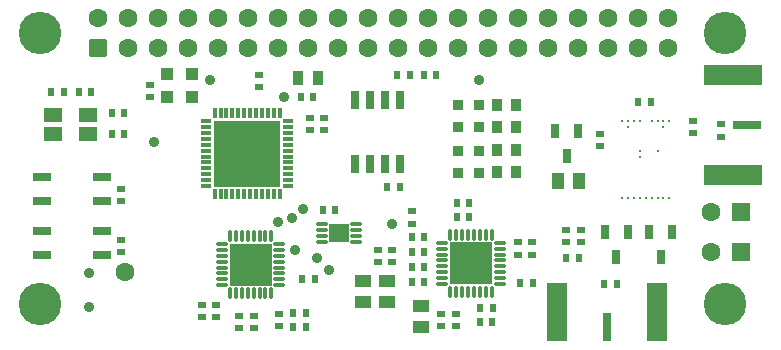
<source format=gts>
G04*
G04 #@! TF.GenerationSoftware,Altium Limited,Altium Designer,21.2.2 (38)*
G04*
G04 Layer_Color=8388736*
%FSLAX44Y44*%
%MOMM*%
G71*
G04*
G04 #@! TF.SameCoordinates,E197076A-8C22-4D41-9B62-958370782F32*
G04*
G04*
G04 #@! TF.FilePolarity,Negative*
G04*
G01*
G75*
%ADD41R,0.7000X0.6000*%
%ADD42C,0.3000*%
%ADD43R,0.7500X1.2000*%
%ADD44R,0.9500X1.0500*%
%ADD45R,0.9000X0.9000*%
%ADD46R,0.7500X1.6250*%
%ADD47R,1.3500X1.0000*%
%ADD48R,1.0000X1.3500*%
%ADD49R,0.9500X1.1500*%
%ADD50R,3.5500X3.5500*%
G04:AMPARAMS|DCode=51|XSize=0.96mm|YSize=0.36mm|CornerRadius=0.0825mm|HoleSize=0mm|Usage=FLASHONLY|Rotation=180.000|XOffset=0mm|YOffset=0mm|HoleType=Round|Shape=RoundedRectangle|*
%AMROUNDEDRECTD51*
21,1,0.9600,0.1950,0,0,180.0*
21,1,0.7950,0.3600,0,0,180.0*
1,1,0.1650,-0.3975,0.0975*
1,1,0.1650,0.3975,0.0975*
1,1,0.1650,0.3975,-0.0975*
1,1,0.1650,-0.3975,-0.0975*
%
%ADD51ROUNDEDRECTD51*%
G04:AMPARAMS|DCode=52|XSize=0.96mm|YSize=0.36mm|CornerRadius=0.0825mm|HoleSize=0mm|Usage=FLASHONLY|Rotation=90.000|XOffset=0mm|YOffset=0mm|HoleType=Round|Shape=RoundedRectangle|*
%AMROUNDEDRECTD52*
21,1,0.9600,0.1950,0,0,90.0*
21,1,0.7950,0.3600,0,0,90.0*
1,1,0.1650,0.0975,0.3975*
1,1,0.1650,0.0975,-0.3975*
1,1,0.1650,-0.0975,-0.3975*
1,1,0.1650,-0.0975,0.3975*
%
%ADD52ROUNDEDRECTD52*%
%ADD53R,5.6000X5.6000*%
%ADD54R,0.9000X0.3000*%
%ADD55R,0.9500X0.3500*%
%ADD56R,0.3000X0.9000*%
%ADD57R,0.3500X0.9500*%
%ADD58R,1.0016X1.1016*%
%ADD59R,1.5000X1.2000*%
%ADD60R,0.6000X0.7000*%
%ADD61R,1.5500X0.8000*%
%ADD62C,0.9016*%
G04:AMPARAMS|DCode=63|XSize=0.94mm|YSize=0.37mm|CornerRadius=0.1175mm|HoleSize=0mm|Usage=FLASHONLY|Rotation=0.000|XOffset=0mm|YOffset=0mm|HoleType=Round|Shape=RoundedRectangle|*
%AMROUNDEDRECTD63*
21,1,0.9400,0.1350,0,0,0.0*
21,1,0.7050,0.3700,0,0,0.0*
1,1,0.2350,0.3525,-0.0675*
1,1,0.2350,-0.3525,-0.0675*
1,1,0.2350,-0.3525,0.0675*
1,1,0.2350,0.3525,0.0675*
%
%ADD63ROUNDEDRECTD63*%
%ADD64R,1.7250X1.5250*%
%ADD65R,0.8000X2.4500*%
%ADD66R,1.7000X5.0000*%
%ADD67R,5.0000X1.7000*%
%ADD68R,2.4500X0.8000*%
%ADD69C,1.6000*%
%ADD70R,1.6000X1.6000*%
G04:AMPARAMS|DCode=71|XSize=1.6mm|YSize=1.6mm|CornerRadius=0.275mm|HoleSize=0mm|Usage=FLASHONLY|Rotation=0.000|XOffset=0mm|YOffset=0mm|HoleType=Round|Shape=RoundedRectangle|*
%AMROUNDEDRECTD71*
21,1,1.6000,1.0500,0,0,0.0*
21,1,1.0500,1.6000,0,0,0.0*
1,1,0.5500,0.5250,-0.5250*
1,1,0.5500,-0.5250,-0.5250*
1,1,0.5500,-0.5250,0.5250*
1,1,0.5500,0.5250,0.5250*
%
%ADD71ROUNDEDRECTD71*%
%ADD72C,3.6000*%
D41*
X127999Y210251D02*
D03*
Y220750D02*
D03*
X387499Y16251D02*
D03*
Y26750D02*
D03*
X374999Y16251D02*
D03*
Y26750D02*
D03*
X350001Y113749D02*
D03*
Y103250D02*
D03*
X509501Y179249D02*
D03*
Y168750D02*
D03*
X588001Y190249D02*
D03*
Y179750D02*
D03*
X439500Y77000D02*
D03*
Y87500D02*
D03*
X451500Y77000D02*
D03*
Y87500D02*
D03*
X492999Y87251D02*
D03*
Y97750D02*
D03*
X332999Y70751D02*
D03*
Y81250D02*
D03*
X320999Y70751D02*
D03*
Y81250D02*
D03*
X480499Y87251D02*
D03*
Y97750D02*
D03*
X237499Y16251D02*
D03*
Y26750D02*
D03*
X172499Y23751D02*
D03*
Y34250D02*
D03*
X184499Y23751D02*
D03*
Y34250D02*
D03*
X204001Y25249D02*
D03*
Y14750D02*
D03*
X263501Y192749D02*
D03*
Y182250D02*
D03*
X275501Y192749D02*
D03*
Y182250D02*
D03*
X103999Y132750D02*
D03*
Y122251D02*
D03*
X611999Y187250D02*
D03*
Y176751D02*
D03*
X103999Y89250D02*
D03*
Y78751D02*
D03*
X216001Y14750D02*
D03*
Y25249D02*
D03*
X220751Y218750D02*
D03*
Y229249D02*
D03*
D42*
X568000Y125000D02*
D03*
X563000D02*
D03*
X558000D02*
D03*
X553000D02*
D03*
X548000D02*
D03*
X543000D02*
D03*
X538000D02*
D03*
X533000D02*
D03*
X528000D02*
D03*
X543000Y160000D02*
D03*
X558000Y165000D02*
D03*
X543000D02*
D03*
X563000Y185000D02*
D03*
X533000D02*
D03*
X568000Y190000D02*
D03*
X563000D02*
D03*
X558000D02*
D03*
X553000D02*
D03*
X543000D02*
D03*
X538000D02*
D03*
X533000D02*
D03*
X528000D02*
D03*
D43*
X570100Y96000D02*
D03*
X550900D02*
D03*
X560500Y75000D02*
D03*
X532600Y96000D02*
D03*
X513400D02*
D03*
X523000Y75000D02*
D03*
X490599Y181501D02*
D03*
X471399D02*
D03*
X480999Y160501D02*
D03*
D44*
X422249Y146749D02*
D03*
X438249D02*
D03*
X422249Y184749D02*
D03*
X438249D02*
D03*
X422249Y165749D02*
D03*
X438249D02*
D03*
X422249Y203749D02*
D03*
X438249D02*
D03*
D45*
X389000Y164750D02*
D03*
X406500D02*
D03*
X389000Y146250D02*
D03*
X406500D02*
D03*
X389000Y184750D02*
D03*
X406500D02*
D03*
X389000Y203250D02*
D03*
X406500D02*
D03*
D46*
X339550Y208120D02*
D03*
X326850D02*
D03*
X314150D02*
D03*
X301450D02*
D03*
Y153880D02*
D03*
X314150D02*
D03*
X326850D02*
D03*
X339550D02*
D03*
D47*
X357500Y15500D02*
D03*
Y33500D02*
D03*
X329000Y37000D02*
D03*
Y55000D02*
D03*
X309000Y37000D02*
D03*
Y55000D02*
D03*
D48*
X491500Y139500D02*
D03*
X473500D02*
D03*
D49*
X253500Y226500D02*
D03*
X270500D02*
D03*
D50*
X213500Y68500D02*
D03*
X400000Y69500D02*
D03*
D51*
X189150Y51000D02*
D03*
Y56000D02*
D03*
Y61000D02*
D03*
Y66000D02*
D03*
Y71000D02*
D03*
Y76000D02*
D03*
Y81000D02*
D03*
Y86000D02*
D03*
X237850D02*
D03*
Y81000D02*
D03*
Y76000D02*
D03*
Y71000D02*
D03*
Y66000D02*
D03*
Y61000D02*
D03*
Y56000D02*
D03*
Y51000D02*
D03*
X375650Y52000D02*
D03*
Y57000D02*
D03*
Y62000D02*
D03*
Y67000D02*
D03*
Y72000D02*
D03*
Y77000D02*
D03*
Y82000D02*
D03*
Y87000D02*
D03*
X424350D02*
D03*
Y82000D02*
D03*
Y77000D02*
D03*
Y72000D02*
D03*
Y67000D02*
D03*
Y62000D02*
D03*
Y57000D02*
D03*
Y52000D02*
D03*
D52*
X196000Y92850D02*
D03*
X201000D02*
D03*
X206000D02*
D03*
X211000D02*
D03*
X216000D02*
D03*
X221000D02*
D03*
X226000D02*
D03*
X231000D02*
D03*
X196000Y44150D02*
D03*
X201000D02*
D03*
X206000D02*
D03*
X211000D02*
D03*
X216000D02*
D03*
X221000D02*
D03*
X226000D02*
D03*
X231000D02*
D03*
X382500Y93850D02*
D03*
X387500D02*
D03*
X392500D02*
D03*
X397500D02*
D03*
X402500D02*
D03*
X407500D02*
D03*
X412500D02*
D03*
X417500D02*
D03*
X382500Y45150D02*
D03*
X387500D02*
D03*
X392500D02*
D03*
X397500D02*
D03*
X402500D02*
D03*
X407500D02*
D03*
X412500D02*
D03*
X417500D02*
D03*
D53*
X210500Y162500D02*
D03*
D54*
X176000Y135000D02*
D03*
Y190000D02*
D03*
X245000D02*
D03*
Y135000D02*
D03*
D55*
X176000Y140000D02*
D03*
Y145000D02*
D03*
Y150000D02*
D03*
Y155000D02*
D03*
Y160000D02*
D03*
Y165000D02*
D03*
Y170000D02*
D03*
Y175000D02*
D03*
Y180000D02*
D03*
Y185000D02*
D03*
X245000D02*
D03*
Y180000D02*
D03*
Y175000D02*
D03*
Y170000D02*
D03*
Y165000D02*
D03*
Y160000D02*
D03*
Y155000D02*
D03*
Y150000D02*
D03*
Y145000D02*
D03*
Y140000D02*
D03*
D56*
X183000Y197000D02*
D03*
X238000D02*
D03*
Y128000D02*
D03*
X183000D02*
D03*
D57*
X188000Y197000D02*
D03*
X193000D02*
D03*
X198000D02*
D03*
X203000D02*
D03*
X208000D02*
D03*
X213000D02*
D03*
X218000D02*
D03*
X223000D02*
D03*
X228000D02*
D03*
X233000D02*
D03*
Y128000D02*
D03*
X228000D02*
D03*
X223000D02*
D03*
X218000D02*
D03*
X213000D02*
D03*
X208000D02*
D03*
X203000D02*
D03*
X198000D02*
D03*
X193000D02*
D03*
X188000D02*
D03*
D58*
X143000Y229500D02*
D03*
Y210500D02*
D03*
X164000D02*
D03*
Y229500D02*
D03*
D59*
X46000Y195000D02*
D03*
Y179000D02*
D03*
X76000Y195000D02*
D03*
Y179000D02*
D03*
D60*
X349751Y66501D02*
D03*
X360250D02*
D03*
X349751Y53501D02*
D03*
X360250D02*
D03*
X388244Y120950D02*
D03*
X398744D02*
D03*
X388244Y108950D02*
D03*
X398744D02*
D03*
X552249Y206499D02*
D03*
X541750D02*
D03*
X257251Y56501D02*
D03*
X267750D02*
D03*
X491249Y73999D02*
D03*
X480750D02*
D03*
X417749Y19499D02*
D03*
X407250D02*
D03*
X407751Y32001D02*
D03*
X418250D02*
D03*
X285249Y114999D02*
D03*
X274750D02*
D03*
X339749Y134499D02*
D03*
X329250D02*
D03*
X266249Y209999D02*
D03*
X255750D02*
D03*
X512750Y51999D02*
D03*
X523249D02*
D03*
X349750Y79499D02*
D03*
X360249D02*
D03*
X349750Y91999D02*
D03*
X360249D02*
D03*
X249500Y15500D02*
D03*
X260000D02*
D03*
X441750Y52999D02*
D03*
X452249D02*
D03*
X249419Y27267D02*
D03*
X259919D02*
D03*
X360250Y228999D02*
D03*
X370749D02*
D03*
X337750D02*
D03*
X348249D02*
D03*
X106250Y179001D02*
D03*
X95751D02*
D03*
X106250Y197001D02*
D03*
X95751D02*
D03*
X78250Y215001D02*
D03*
X67751D02*
D03*
X55250D02*
D03*
X44751D02*
D03*
D61*
X88000Y76500D02*
D03*
Y97000D02*
D03*
X36500Y76500D02*
D03*
Y97000D02*
D03*
X88000Y122000D02*
D03*
Y142500D02*
D03*
X36500Y122000D02*
D03*
Y142500D02*
D03*
D62*
X76250Y61250D02*
D03*
X406500Y225000D02*
D03*
X242000Y210500D02*
D03*
X179000Y224500D02*
D03*
X76500Y32500D02*
D03*
X131314Y172000D02*
D03*
X258000Y115500D02*
D03*
X248500Y108000D02*
D03*
X236500Y104500D02*
D03*
X333499Y103001D02*
D03*
X280000Y64000D02*
D03*
X269500Y74500D02*
D03*
X251000Y81000D02*
D03*
D63*
X274000Y103000D02*
D03*
Y98000D02*
D03*
Y93000D02*
D03*
Y88000D02*
D03*
X302700D02*
D03*
Y93000D02*
D03*
Y98000D02*
D03*
Y103000D02*
D03*
D64*
X288350Y95500D02*
D03*
D65*
X515000Y16000D02*
D03*
D66*
X557500Y28250D02*
D03*
X472500D02*
D03*
D67*
X621750Y144000D02*
D03*
Y229000D02*
D03*
D68*
X634000Y186500D02*
D03*
D69*
X603600Y113000D02*
D03*
Y79500D02*
D03*
X414350Y277650D02*
D03*
X439750D02*
D03*
X465150D02*
D03*
X490550D02*
D03*
X566750D02*
D03*
X541350D02*
D03*
X515950D02*
D03*
Y252250D02*
D03*
X541350D02*
D03*
X566750D02*
D03*
X490550D02*
D03*
X465150D02*
D03*
X439750D02*
D03*
X414350D02*
D03*
X211150D02*
D03*
X109550D02*
D03*
X236550D02*
D03*
X134950D02*
D03*
X261950D02*
D03*
X160350D02*
D03*
X287350D02*
D03*
X185750D02*
D03*
X312750D02*
D03*
X388950D02*
D03*
X363550D02*
D03*
X338150D02*
D03*
Y277650D02*
D03*
X363550D02*
D03*
X388950D02*
D03*
X312750D02*
D03*
X185750D02*
D03*
X287350D02*
D03*
X160350D02*
D03*
X261950D02*
D03*
X134950D02*
D03*
X236550D02*
D03*
X109550D02*
D03*
X211150D02*
D03*
X84150D02*
D03*
X107500Y62500D02*
D03*
D70*
X629000Y113000D02*
D03*
Y79500D02*
D03*
D71*
X84150Y252250D02*
D03*
D72*
X615000Y265000D02*
D03*
Y35000D02*
D03*
X35000Y265000D02*
D03*
Y35000D02*
D03*
M02*

</source>
